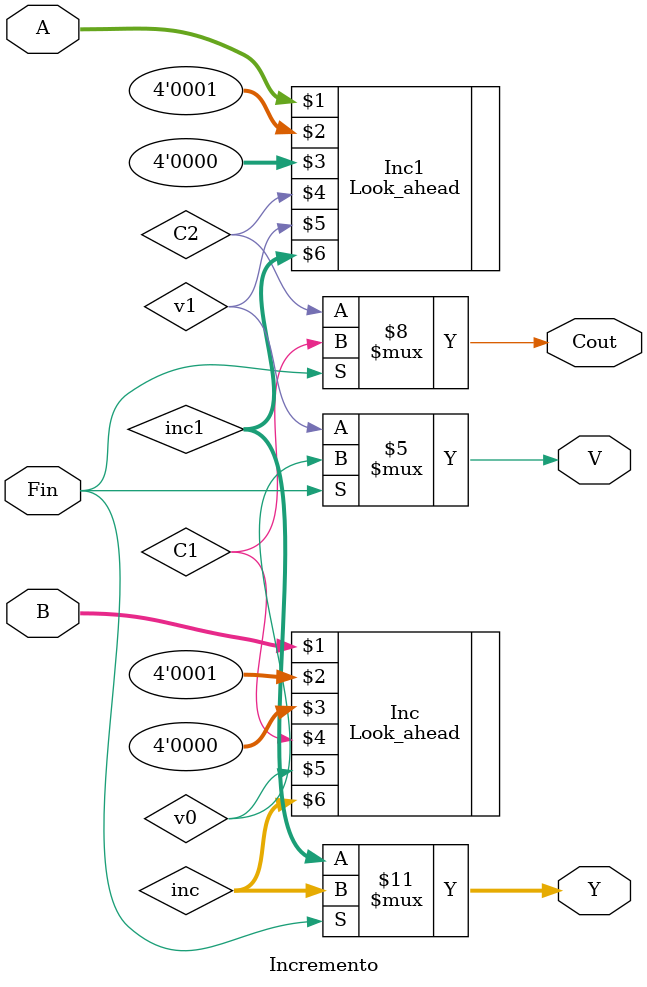
<source format=v>
module Incremento (A, B, Cout, Fin, V, Y);
    parameter B_W = 4;
    input wire Fin;
    output reg Cout;
    input wire [B_W-1:0] A, B;
    output reg [B_W-1:0] Y;
    output reg V;
    wire v0,v1, C1, C2;
    wire [B_W-1:0] inc;
    wire [B_W-1:0] inc1;
	
	Look_ahead #(.B_W(B_W)) Inc (B, 4'b0001, 4'b0000, C1, v0, inc);
	
	Look_ahead #(.B_W(B_W)) Inc1 (A, 4'b0001,4'b0000, C2, v1, inc1);
	

   always @ (*) begin

	if(Fin)
    	Y<= inc;
    	
    	
	else
	Y<= inc1;
	
	
    end
  always @ (*) begin

	if(Fin)
    	Cout=C1;
    	
    	
	else
	Cout=C2;
	
	
    end
       always @ (*) begin
	if(Fin)
    	V=v0;
    	
    	
	else
	V=v1;
	
	
    end
endmodule

</source>
